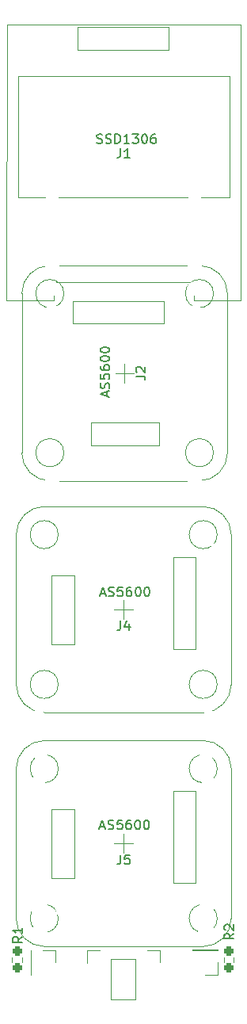
<source format=gbr>
G04 #@! TF.GenerationSoftware,KiCad,Pcbnew,7.0.10*
G04 #@! TF.CreationDate,2024-01-13T16:45:32+01:00*
G04 #@! TF.ProjectId,5hp_controller_oled,3568705f-636f-46e7-9472-6f6c6c65725f,rev?*
G04 #@! TF.SameCoordinates,Original*
G04 #@! TF.FileFunction,Legend,Top*
G04 #@! TF.FilePolarity,Positive*
%FSLAX46Y46*%
G04 Gerber Fmt 4.6, Leading zero omitted, Abs format (unit mm)*
G04 Created by KiCad (PCBNEW 7.0.10) date 2024-01-13 16:45:32*
%MOMM*%
%LPD*%
G01*
G04 APERTURE LIST*
G04 Aperture macros list*
%AMRoundRect*
0 Rectangle with rounded corners*
0 $1 Rounding radius*
0 $2 $3 $4 $5 $6 $7 $8 $9 X,Y pos of 4 corners*
0 Add a 4 corners polygon primitive as box body*
4,1,4,$2,$3,$4,$5,$6,$7,$8,$9,$2,$3,0*
0 Add four circle primitives for the rounded corners*
1,1,$1+$1,$2,$3*
1,1,$1+$1,$4,$5*
1,1,$1+$1,$6,$7*
1,1,$1+$1,$8,$9*
0 Add four rect primitives between the rounded corners*
20,1,$1+$1,$2,$3,$4,$5,0*
20,1,$1+$1,$4,$5,$6,$7,0*
20,1,$1+$1,$6,$7,$8,$9,0*
20,1,$1+$1,$8,$9,$2,$3,0*%
G04 Aperture macros list end*
%ADD10C,0.150000*%
%ADD11C,0.120000*%
%ADD12C,0.050000*%
%ADD13RoundRect,0.237500X0.237500X-0.250000X0.237500X0.250000X-0.237500X0.250000X-0.237500X-0.250000X0*%
%ADD14R,1.700000X2.000000*%
%ADD15O,1.600000X2.000000*%
%ADD16O,2.000000X1.600000*%
%ADD17R,1.700000X1.700000*%
%ADD18R,2.000000X2.000000*%
%ADD19O,2.000000X3.400000*%
%ADD20R,1.600000X1.600000*%
%ADD21O,1.600000X1.600000*%
%ADD22O,1.700000X1.700000*%
%ADD23C,1.700000*%
%ADD24C,1.600000*%
%ADD25C,1.404000*%
G04 APERTURE END LIST*
D10*
X23209104Y15289160D02*
X23209104Y15765350D01*
X23494819Y15193922D02*
X22494819Y15527255D01*
X22494819Y15527255D02*
X23494819Y15860588D01*
X23447200Y16146303D02*
X23494819Y16289160D01*
X23494819Y16289160D02*
X23494819Y16527255D01*
X23494819Y16527255D02*
X23447200Y16622493D01*
X23447200Y16622493D02*
X23399580Y16670112D01*
X23399580Y16670112D02*
X23304342Y16717731D01*
X23304342Y16717731D02*
X23209104Y16717731D01*
X23209104Y16717731D02*
X23113866Y16670112D01*
X23113866Y16670112D02*
X23066247Y16622493D01*
X23066247Y16622493D02*
X23018628Y16527255D01*
X23018628Y16527255D02*
X22971009Y16336779D01*
X22971009Y16336779D02*
X22923390Y16241541D01*
X22923390Y16241541D02*
X22875771Y16193922D01*
X22875771Y16193922D02*
X22780533Y16146303D01*
X22780533Y16146303D02*
X22685295Y16146303D01*
X22685295Y16146303D02*
X22590057Y16193922D01*
X22590057Y16193922D02*
X22542438Y16241541D01*
X22542438Y16241541D02*
X22494819Y16336779D01*
X22494819Y16336779D02*
X22494819Y16574874D01*
X22494819Y16574874D02*
X22542438Y16717731D01*
X22494819Y17622493D02*
X22494819Y17146303D01*
X22494819Y17146303D02*
X22971009Y17098684D01*
X22971009Y17098684D02*
X22923390Y17146303D01*
X22923390Y17146303D02*
X22875771Y17241541D01*
X22875771Y17241541D02*
X22875771Y17479636D01*
X22875771Y17479636D02*
X22923390Y17574874D01*
X22923390Y17574874D02*
X22971009Y17622493D01*
X22971009Y17622493D02*
X23066247Y17670112D01*
X23066247Y17670112D02*
X23304342Y17670112D01*
X23304342Y17670112D02*
X23399580Y17622493D01*
X23399580Y17622493D02*
X23447200Y17574874D01*
X23447200Y17574874D02*
X23494819Y17479636D01*
X23494819Y17479636D02*
X23494819Y17241541D01*
X23494819Y17241541D02*
X23447200Y17146303D01*
X23447200Y17146303D02*
X23399580Y17098684D01*
X22494819Y18527255D02*
X22494819Y18336779D01*
X22494819Y18336779D02*
X22542438Y18241541D01*
X22542438Y18241541D02*
X22590057Y18193922D01*
X22590057Y18193922D02*
X22732914Y18098684D01*
X22732914Y18098684D02*
X22923390Y18051065D01*
X22923390Y18051065D02*
X23304342Y18051065D01*
X23304342Y18051065D02*
X23399580Y18098684D01*
X23399580Y18098684D02*
X23447200Y18146303D01*
X23447200Y18146303D02*
X23494819Y18241541D01*
X23494819Y18241541D02*
X23494819Y18432017D01*
X23494819Y18432017D02*
X23447200Y18527255D01*
X23447200Y18527255D02*
X23399580Y18574874D01*
X23399580Y18574874D02*
X23304342Y18622493D01*
X23304342Y18622493D02*
X23066247Y18622493D01*
X23066247Y18622493D02*
X22971009Y18574874D01*
X22971009Y18574874D02*
X22923390Y18527255D01*
X22923390Y18527255D02*
X22875771Y18432017D01*
X22875771Y18432017D02*
X22875771Y18241541D01*
X22875771Y18241541D02*
X22923390Y18146303D01*
X22923390Y18146303D02*
X22971009Y18098684D01*
X22971009Y18098684D02*
X23066247Y18051065D01*
X22494819Y19241541D02*
X22494819Y19336779D01*
X22494819Y19336779D02*
X22542438Y19432017D01*
X22542438Y19432017D02*
X22590057Y19479636D01*
X22590057Y19479636D02*
X22685295Y19527255D01*
X22685295Y19527255D02*
X22875771Y19574874D01*
X22875771Y19574874D02*
X23113866Y19574874D01*
X23113866Y19574874D02*
X23304342Y19527255D01*
X23304342Y19527255D02*
X23399580Y19479636D01*
X23399580Y19479636D02*
X23447200Y19432017D01*
X23447200Y19432017D02*
X23494819Y19336779D01*
X23494819Y19336779D02*
X23494819Y19241541D01*
X23494819Y19241541D02*
X23447200Y19146303D01*
X23447200Y19146303D02*
X23399580Y19098684D01*
X23399580Y19098684D02*
X23304342Y19051065D01*
X23304342Y19051065D02*
X23113866Y19003446D01*
X23113866Y19003446D02*
X22875771Y19003446D01*
X22875771Y19003446D02*
X22685295Y19051065D01*
X22685295Y19051065D02*
X22590057Y19098684D01*
X22590057Y19098684D02*
X22542438Y19146303D01*
X22542438Y19146303D02*
X22494819Y19241541D01*
X22494819Y20193922D02*
X22494819Y20289160D01*
X22494819Y20289160D02*
X22542438Y20384398D01*
X22542438Y20384398D02*
X22590057Y20432017D01*
X22590057Y20432017D02*
X22685295Y20479636D01*
X22685295Y20479636D02*
X22875771Y20527255D01*
X22875771Y20527255D02*
X23113866Y20527255D01*
X23113866Y20527255D02*
X23304342Y20479636D01*
X23304342Y20479636D02*
X23399580Y20432017D01*
X23399580Y20432017D02*
X23447200Y20384398D01*
X23447200Y20384398D02*
X23494819Y20289160D01*
X23494819Y20289160D02*
X23494819Y20193922D01*
X23494819Y20193922D02*
X23447200Y20098684D01*
X23447200Y20098684D02*
X23399580Y20051065D01*
X23399580Y20051065D02*
X23304342Y20003446D01*
X23304342Y20003446D02*
X23113866Y19955827D01*
X23113866Y19955827D02*
X22875771Y19955827D01*
X22875771Y19955827D02*
X22685295Y20003446D01*
X22685295Y20003446D02*
X22590057Y20051065D01*
X22590057Y20051065D02*
X22542438Y20098684D01*
X22542438Y20098684D02*
X22494819Y20193922D01*
X22489160Y-30694104D02*
X22965350Y-30694104D01*
X22393922Y-30979819D02*
X22727255Y-29979819D01*
X22727255Y-29979819D02*
X23060588Y-30979819D01*
X23346303Y-30932200D02*
X23489160Y-30979819D01*
X23489160Y-30979819D02*
X23727255Y-30979819D01*
X23727255Y-30979819D02*
X23822493Y-30932200D01*
X23822493Y-30932200D02*
X23870112Y-30884580D01*
X23870112Y-30884580D02*
X23917731Y-30789342D01*
X23917731Y-30789342D02*
X23917731Y-30694104D01*
X23917731Y-30694104D02*
X23870112Y-30598866D01*
X23870112Y-30598866D02*
X23822493Y-30551247D01*
X23822493Y-30551247D02*
X23727255Y-30503628D01*
X23727255Y-30503628D02*
X23536779Y-30456009D01*
X23536779Y-30456009D02*
X23441541Y-30408390D01*
X23441541Y-30408390D02*
X23393922Y-30360771D01*
X23393922Y-30360771D02*
X23346303Y-30265533D01*
X23346303Y-30265533D02*
X23346303Y-30170295D01*
X23346303Y-30170295D02*
X23393922Y-30075057D01*
X23393922Y-30075057D02*
X23441541Y-30027438D01*
X23441541Y-30027438D02*
X23536779Y-29979819D01*
X23536779Y-29979819D02*
X23774874Y-29979819D01*
X23774874Y-29979819D02*
X23917731Y-30027438D01*
X24822493Y-29979819D02*
X24346303Y-29979819D01*
X24346303Y-29979819D02*
X24298684Y-30456009D01*
X24298684Y-30456009D02*
X24346303Y-30408390D01*
X24346303Y-30408390D02*
X24441541Y-30360771D01*
X24441541Y-30360771D02*
X24679636Y-30360771D01*
X24679636Y-30360771D02*
X24774874Y-30408390D01*
X24774874Y-30408390D02*
X24822493Y-30456009D01*
X24822493Y-30456009D02*
X24870112Y-30551247D01*
X24870112Y-30551247D02*
X24870112Y-30789342D01*
X24870112Y-30789342D02*
X24822493Y-30884580D01*
X24822493Y-30884580D02*
X24774874Y-30932200D01*
X24774874Y-30932200D02*
X24679636Y-30979819D01*
X24679636Y-30979819D02*
X24441541Y-30979819D01*
X24441541Y-30979819D02*
X24346303Y-30932200D01*
X24346303Y-30932200D02*
X24298684Y-30884580D01*
X25727255Y-29979819D02*
X25536779Y-29979819D01*
X25536779Y-29979819D02*
X25441541Y-30027438D01*
X25441541Y-30027438D02*
X25393922Y-30075057D01*
X25393922Y-30075057D02*
X25298684Y-30217914D01*
X25298684Y-30217914D02*
X25251065Y-30408390D01*
X25251065Y-30408390D02*
X25251065Y-30789342D01*
X25251065Y-30789342D02*
X25298684Y-30884580D01*
X25298684Y-30884580D02*
X25346303Y-30932200D01*
X25346303Y-30932200D02*
X25441541Y-30979819D01*
X25441541Y-30979819D02*
X25632017Y-30979819D01*
X25632017Y-30979819D02*
X25727255Y-30932200D01*
X25727255Y-30932200D02*
X25774874Y-30884580D01*
X25774874Y-30884580D02*
X25822493Y-30789342D01*
X25822493Y-30789342D02*
X25822493Y-30551247D01*
X25822493Y-30551247D02*
X25774874Y-30456009D01*
X25774874Y-30456009D02*
X25727255Y-30408390D01*
X25727255Y-30408390D02*
X25632017Y-30360771D01*
X25632017Y-30360771D02*
X25441541Y-30360771D01*
X25441541Y-30360771D02*
X25346303Y-30408390D01*
X25346303Y-30408390D02*
X25298684Y-30456009D01*
X25298684Y-30456009D02*
X25251065Y-30551247D01*
X26441541Y-29979819D02*
X26536779Y-29979819D01*
X26536779Y-29979819D02*
X26632017Y-30027438D01*
X26632017Y-30027438D02*
X26679636Y-30075057D01*
X26679636Y-30075057D02*
X26727255Y-30170295D01*
X26727255Y-30170295D02*
X26774874Y-30360771D01*
X26774874Y-30360771D02*
X26774874Y-30598866D01*
X26774874Y-30598866D02*
X26727255Y-30789342D01*
X26727255Y-30789342D02*
X26679636Y-30884580D01*
X26679636Y-30884580D02*
X26632017Y-30932200D01*
X26632017Y-30932200D02*
X26536779Y-30979819D01*
X26536779Y-30979819D02*
X26441541Y-30979819D01*
X26441541Y-30979819D02*
X26346303Y-30932200D01*
X26346303Y-30932200D02*
X26298684Y-30884580D01*
X26298684Y-30884580D02*
X26251065Y-30789342D01*
X26251065Y-30789342D02*
X26203446Y-30598866D01*
X26203446Y-30598866D02*
X26203446Y-30360771D01*
X26203446Y-30360771D02*
X26251065Y-30170295D01*
X26251065Y-30170295D02*
X26298684Y-30075057D01*
X26298684Y-30075057D02*
X26346303Y-30027438D01*
X26346303Y-30027438D02*
X26441541Y-29979819D01*
X27393922Y-29979819D02*
X27489160Y-29979819D01*
X27489160Y-29979819D02*
X27584398Y-30027438D01*
X27584398Y-30027438D02*
X27632017Y-30075057D01*
X27632017Y-30075057D02*
X27679636Y-30170295D01*
X27679636Y-30170295D02*
X27727255Y-30360771D01*
X27727255Y-30360771D02*
X27727255Y-30598866D01*
X27727255Y-30598866D02*
X27679636Y-30789342D01*
X27679636Y-30789342D02*
X27632017Y-30884580D01*
X27632017Y-30884580D02*
X27584398Y-30932200D01*
X27584398Y-30932200D02*
X27489160Y-30979819D01*
X27489160Y-30979819D02*
X27393922Y-30979819D01*
X27393922Y-30979819D02*
X27298684Y-30932200D01*
X27298684Y-30932200D02*
X27251065Y-30884580D01*
X27251065Y-30884580D02*
X27203446Y-30789342D01*
X27203446Y-30789342D02*
X27155827Y-30598866D01*
X27155827Y-30598866D02*
X27155827Y-30360771D01*
X27155827Y-30360771D02*
X27203446Y-30170295D01*
X27203446Y-30170295D02*
X27251065Y-30075057D01*
X27251065Y-30075057D02*
X27298684Y-30027438D01*
X27298684Y-30027438D02*
X27393922Y-29979819D01*
X22529160Y-5814104D02*
X23005350Y-5814104D01*
X22433922Y-6099819D02*
X22767255Y-5099819D01*
X22767255Y-5099819D02*
X23100588Y-6099819D01*
X23386303Y-6052200D02*
X23529160Y-6099819D01*
X23529160Y-6099819D02*
X23767255Y-6099819D01*
X23767255Y-6099819D02*
X23862493Y-6052200D01*
X23862493Y-6052200D02*
X23910112Y-6004580D01*
X23910112Y-6004580D02*
X23957731Y-5909342D01*
X23957731Y-5909342D02*
X23957731Y-5814104D01*
X23957731Y-5814104D02*
X23910112Y-5718866D01*
X23910112Y-5718866D02*
X23862493Y-5671247D01*
X23862493Y-5671247D02*
X23767255Y-5623628D01*
X23767255Y-5623628D02*
X23576779Y-5576009D01*
X23576779Y-5576009D02*
X23481541Y-5528390D01*
X23481541Y-5528390D02*
X23433922Y-5480771D01*
X23433922Y-5480771D02*
X23386303Y-5385533D01*
X23386303Y-5385533D02*
X23386303Y-5290295D01*
X23386303Y-5290295D02*
X23433922Y-5195057D01*
X23433922Y-5195057D02*
X23481541Y-5147438D01*
X23481541Y-5147438D02*
X23576779Y-5099819D01*
X23576779Y-5099819D02*
X23814874Y-5099819D01*
X23814874Y-5099819D02*
X23957731Y-5147438D01*
X24862493Y-5099819D02*
X24386303Y-5099819D01*
X24386303Y-5099819D02*
X24338684Y-5576009D01*
X24338684Y-5576009D02*
X24386303Y-5528390D01*
X24386303Y-5528390D02*
X24481541Y-5480771D01*
X24481541Y-5480771D02*
X24719636Y-5480771D01*
X24719636Y-5480771D02*
X24814874Y-5528390D01*
X24814874Y-5528390D02*
X24862493Y-5576009D01*
X24862493Y-5576009D02*
X24910112Y-5671247D01*
X24910112Y-5671247D02*
X24910112Y-5909342D01*
X24910112Y-5909342D02*
X24862493Y-6004580D01*
X24862493Y-6004580D02*
X24814874Y-6052200D01*
X24814874Y-6052200D02*
X24719636Y-6099819D01*
X24719636Y-6099819D02*
X24481541Y-6099819D01*
X24481541Y-6099819D02*
X24386303Y-6052200D01*
X24386303Y-6052200D02*
X24338684Y-6004580D01*
X25767255Y-5099819D02*
X25576779Y-5099819D01*
X25576779Y-5099819D02*
X25481541Y-5147438D01*
X25481541Y-5147438D02*
X25433922Y-5195057D01*
X25433922Y-5195057D02*
X25338684Y-5337914D01*
X25338684Y-5337914D02*
X25291065Y-5528390D01*
X25291065Y-5528390D02*
X25291065Y-5909342D01*
X25291065Y-5909342D02*
X25338684Y-6004580D01*
X25338684Y-6004580D02*
X25386303Y-6052200D01*
X25386303Y-6052200D02*
X25481541Y-6099819D01*
X25481541Y-6099819D02*
X25672017Y-6099819D01*
X25672017Y-6099819D02*
X25767255Y-6052200D01*
X25767255Y-6052200D02*
X25814874Y-6004580D01*
X25814874Y-6004580D02*
X25862493Y-5909342D01*
X25862493Y-5909342D02*
X25862493Y-5671247D01*
X25862493Y-5671247D02*
X25814874Y-5576009D01*
X25814874Y-5576009D02*
X25767255Y-5528390D01*
X25767255Y-5528390D02*
X25672017Y-5480771D01*
X25672017Y-5480771D02*
X25481541Y-5480771D01*
X25481541Y-5480771D02*
X25386303Y-5528390D01*
X25386303Y-5528390D02*
X25338684Y-5576009D01*
X25338684Y-5576009D02*
X25291065Y-5671247D01*
X26481541Y-5099819D02*
X26576779Y-5099819D01*
X26576779Y-5099819D02*
X26672017Y-5147438D01*
X26672017Y-5147438D02*
X26719636Y-5195057D01*
X26719636Y-5195057D02*
X26767255Y-5290295D01*
X26767255Y-5290295D02*
X26814874Y-5480771D01*
X26814874Y-5480771D02*
X26814874Y-5718866D01*
X26814874Y-5718866D02*
X26767255Y-5909342D01*
X26767255Y-5909342D02*
X26719636Y-6004580D01*
X26719636Y-6004580D02*
X26672017Y-6052200D01*
X26672017Y-6052200D02*
X26576779Y-6099819D01*
X26576779Y-6099819D02*
X26481541Y-6099819D01*
X26481541Y-6099819D02*
X26386303Y-6052200D01*
X26386303Y-6052200D02*
X26338684Y-6004580D01*
X26338684Y-6004580D02*
X26291065Y-5909342D01*
X26291065Y-5909342D02*
X26243446Y-5718866D01*
X26243446Y-5718866D02*
X26243446Y-5480771D01*
X26243446Y-5480771D02*
X26291065Y-5290295D01*
X26291065Y-5290295D02*
X26338684Y-5195057D01*
X26338684Y-5195057D02*
X26386303Y-5147438D01*
X26386303Y-5147438D02*
X26481541Y-5099819D01*
X27433922Y-5099819D02*
X27529160Y-5099819D01*
X27529160Y-5099819D02*
X27624398Y-5147438D01*
X27624398Y-5147438D02*
X27672017Y-5195057D01*
X27672017Y-5195057D02*
X27719636Y-5290295D01*
X27719636Y-5290295D02*
X27767255Y-5480771D01*
X27767255Y-5480771D02*
X27767255Y-5718866D01*
X27767255Y-5718866D02*
X27719636Y-5909342D01*
X27719636Y-5909342D02*
X27672017Y-6004580D01*
X27672017Y-6004580D02*
X27624398Y-6052200D01*
X27624398Y-6052200D02*
X27529160Y-6099819D01*
X27529160Y-6099819D02*
X27433922Y-6099819D01*
X27433922Y-6099819D02*
X27338684Y-6052200D01*
X27338684Y-6052200D02*
X27291065Y-6004580D01*
X27291065Y-6004580D02*
X27243446Y-5909342D01*
X27243446Y-5909342D02*
X27195827Y-5718866D01*
X27195827Y-5718866D02*
X27195827Y-5480771D01*
X27195827Y-5480771D02*
X27243446Y-5290295D01*
X27243446Y-5290295D02*
X27291065Y-5195057D01*
X27291065Y-5195057D02*
X27338684Y-5147438D01*
X27338684Y-5147438D02*
X27433922Y-5099819D01*
X22133160Y42341800D02*
X22276017Y42294180D01*
X22276017Y42294180D02*
X22514112Y42294180D01*
X22514112Y42294180D02*
X22609350Y42341800D01*
X22609350Y42341800D02*
X22656969Y42389419D01*
X22656969Y42389419D02*
X22704588Y42484657D01*
X22704588Y42484657D02*
X22704588Y42579895D01*
X22704588Y42579895D02*
X22656969Y42675133D01*
X22656969Y42675133D02*
X22609350Y42722752D01*
X22609350Y42722752D02*
X22514112Y42770371D01*
X22514112Y42770371D02*
X22323636Y42817990D01*
X22323636Y42817990D02*
X22228398Y42865609D01*
X22228398Y42865609D02*
X22180779Y42913228D01*
X22180779Y42913228D02*
X22133160Y43008466D01*
X22133160Y43008466D02*
X22133160Y43103704D01*
X22133160Y43103704D02*
X22180779Y43198942D01*
X22180779Y43198942D02*
X22228398Y43246561D01*
X22228398Y43246561D02*
X22323636Y43294180D01*
X22323636Y43294180D02*
X22561731Y43294180D01*
X22561731Y43294180D02*
X22704588Y43246561D01*
X23085541Y42341800D02*
X23228398Y42294180D01*
X23228398Y42294180D02*
X23466493Y42294180D01*
X23466493Y42294180D02*
X23561731Y42341800D01*
X23561731Y42341800D02*
X23609350Y42389419D01*
X23609350Y42389419D02*
X23656969Y42484657D01*
X23656969Y42484657D02*
X23656969Y42579895D01*
X23656969Y42579895D02*
X23609350Y42675133D01*
X23609350Y42675133D02*
X23561731Y42722752D01*
X23561731Y42722752D02*
X23466493Y42770371D01*
X23466493Y42770371D02*
X23276017Y42817990D01*
X23276017Y42817990D02*
X23180779Y42865609D01*
X23180779Y42865609D02*
X23133160Y42913228D01*
X23133160Y42913228D02*
X23085541Y43008466D01*
X23085541Y43008466D02*
X23085541Y43103704D01*
X23085541Y43103704D02*
X23133160Y43198942D01*
X23133160Y43198942D02*
X23180779Y43246561D01*
X23180779Y43246561D02*
X23276017Y43294180D01*
X23276017Y43294180D02*
X23514112Y43294180D01*
X23514112Y43294180D02*
X23656969Y43246561D01*
X24085541Y42294180D02*
X24085541Y43294180D01*
X24085541Y43294180D02*
X24323636Y43294180D01*
X24323636Y43294180D02*
X24466493Y43246561D01*
X24466493Y43246561D02*
X24561731Y43151323D01*
X24561731Y43151323D02*
X24609350Y43056085D01*
X24609350Y43056085D02*
X24656969Y42865609D01*
X24656969Y42865609D02*
X24656969Y42722752D01*
X24656969Y42722752D02*
X24609350Y42532276D01*
X24609350Y42532276D02*
X24561731Y42437038D01*
X24561731Y42437038D02*
X24466493Y42341800D01*
X24466493Y42341800D02*
X24323636Y42294180D01*
X24323636Y42294180D02*
X24085541Y42294180D01*
X25609350Y42294180D02*
X25037922Y42294180D01*
X25323636Y42294180D02*
X25323636Y43294180D01*
X25323636Y43294180D02*
X25228398Y43151323D01*
X25228398Y43151323D02*
X25133160Y43056085D01*
X25133160Y43056085D02*
X25037922Y43008466D01*
X25942684Y43294180D02*
X26561731Y43294180D01*
X26561731Y43294180D02*
X26228398Y42913228D01*
X26228398Y42913228D02*
X26371255Y42913228D01*
X26371255Y42913228D02*
X26466493Y42865609D01*
X26466493Y42865609D02*
X26514112Y42817990D01*
X26514112Y42817990D02*
X26561731Y42722752D01*
X26561731Y42722752D02*
X26561731Y42484657D01*
X26561731Y42484657D02*
X26514112Y42389419D01*
X26514112Y42389419D02*
X26466493Y42341800D01*
X26466493Y42341800D02*
X26371255Y42294180D01*
X26371255Y42294180D02*
X26085541Y42294180D01*
X26085541Y42294180D02*
X25990303Y42341800D01*
X25990303Y42341800D02*
X25942684Y42389419D01*
X27180779Y43294180D02*
X27276017Y43294180D01*
X27276017Y43294180D02*
X27371255Y43246561D01*
X27371255Y43246561D02*
X27418874Y43198942D01*
X27418874Y43198942D02*
X27466493Y43103704D01*
X27466493Y43103704D02*
X27514112Y42913228D01*
X27514112Y42913228D02*
X27514112Y42675133D01*
X27514112Y42675133D02*
X27466493Y42484657D01*
X27466493Y42484657D02*
X27418874Y42389419D01*
X27418874Y42389419D02*
X27371255Y42341800D01*
X27371255Y42341800D02*
X27276017Y42294180D01*
X27276017Y42294180D02*
X27180779Y42294180D01*
X27180779Y42294180D02*
X27085541Y42341800D01*
X27085541Y42341800D02*
X27037922Y42389419D01*
X27037922Y42389419D02*
X26990303Y42484657D01*
X26990303Y42484657D02*
X26942684Y42675133D01*
X26942684Y42675133D02*
X26942684Y42913228D01*
X26942684Y42913228D02*
X26990303Y43103704D01*
X26990303Y43103704D02*
X27037922Y43198942D01*
X27037922Y43198942D02*
X27085541Y43246561D01*
X27085541Y43246561D02*
X27180779Y43294180D01*
X28371255Y43294180D02*
X28180779Y43294180D01*
X28180779Y43294180D02*
X28085541Y43246561D01*
X28085541Y43246561D02*
X28037922Y43198942D01*
X28037922Y43198942D02*
X27942684Y43056085D01*
X27942684Y43056085D02*
X27895065Y42865609D01*
X27895065Y42865609D02*
X27895065Y42484657D01*
X27895065Y42484657D02*
X27942684Y42389419D01*
X27942684Y42389419D02*
X27990303Y42341800D01*
X27990303Y42341800D02*
X28085541Y42294180D01*
X28085541Y42294180D02*
X28276017Y42294180D01*
X28276017Y42294180D02*
X28371255Y42341800D01*
X28371255Y42341800D02*
X28418874Y42389419D01*
X28418874Y42389419D02*
X28466493Y42484657D01*
X28466493Y42484657D02*
X28466493Y42722752D01*
X28466493Y42722752D02*
X28418874Y42817990D01*
X28418874Y42817990D02*
X28371255Y42865609D01*
X28371255Y42865609D02*
X28276017Y42913228D01*
X28276017Y42913228D02*
X28085541Y42913228D01*
X28085541Y42913228D02*
X27990303Y42865609D01*
X27990303Y42865609D02*
X27942684Y42817990D01*
X27942684Y42817990D02*
X27895065Y42722752D01*
X14154819Y-42454166D02*
X13678628Y-42787499D01*
X14154819Y-43025594D02*
X13154819Y-43025594D01*
X13154819Y-43025594D02*
X13154819Y-42644642D01*
X13154819Y-42644642D02*
X13202438Y-42549404D01*
X13202438Y-42549404D02*
X13250057Y-42501785D01*
X13250057Y-42501785D02*
X13345295Y-42454166D01*
X13345295Y-42454166D02*
X13488152Y-42454166D01*
X13488152Y-42454166D02*
X13583390Y-42501785D01*
X13583390Y-42501785D02*
X13631009Y-42549404D01*
X13631009Y-42549404D02*
X13678628Y-42644642D01*
X13678628Y-42644642D02*
X13678628Y-43025594D01*
X14154819Y-41501785D02*
X14154819Y-42073213D01*
X14154819Y-41787499D02*
X13154819Y-41787499D01*
X13154819Y-41787499D02*
X13297676Y-41882737D01*
X13297676Y-41882737D02*
X13392914Y-41977975D01*
X13392914Y-41977975D02*
X13440533Y-42073213D01*
X26304819Y17416666D02*
X27019104Y17416666D01*
X27019104Y17416666D02*
X27161961Y17369047D01*
X27161961Y17369047D02*
X27257200Y17273809D01*
X27257200Y17273809D02*
X27304819Y17130952D01*
X27304819Y17130952D02*
X27304819Y17035714D01*
X26400057Y17845238D02*
X26352438Y17892857D01*
X26352438Y17892857D02*
X26304819Y17988095D01*
X26304819Y17988095D02*
X26304819Y18226190D01*
X26304819Y18226190D02*
X26352438Y18321428D01*
X26352438Y18321428D02*
X26400057Y18369047D01*
X26400057Y18369047D02*
X26495295Y18416666D01*
X26495295Y18416666D02*
X26590533Y18416666D01*
X26590533Y18416666D02*
X26733390Y18369047D01*
X26733390Y18369047D02*
X27304819Y17797619D01*
X27304819Y17797619D02*
X27304819Y18416666D01*
X24666666Y-8704819D02*
X24666666Y-9419104D01*
X24666666Y-9419104D02*
X24619047Y-9561961D01*
X24619047Y-9561961D02*
X24523809Y-9657200D01*
X24523809Y-9657200D02*
X24380952Y-9704819D01*
X24380952Y-9704819D02*
X24285714Y-9704819D01*
X25571428Y-9038152D02*
X25571428Y-9704819D01*
X25333333Y-8657200D02*
X25095238Y-9371485D01*
X25095238Y-9371485D02*
X25714285Y-9371485D01*
X24664666Y41767180D02*
X24664666Y41052895D01*
X24664666Y41052895D02*
X24617047Y40910038D01*
X24617047Y40910038D02*
X24521809Y40814800D01*
X24521809Y40814800D02*
X24378952Y40767180D01*
X24378952Y40767180D02*
X24283714Y40767180D01*
X25664666Y40767180D02*
X25093238Y40767180D01*
X25378952Y40767180D02*
X25378952Y41767180D01*
X25378952Y41767180D02*
X25283714Y41624323D01*
X25283714Y41624323D02*
X25188476Y41529085D01*
X25188476Y41529085D02*
X25093238Y41481466D01*
X36769819Y-42104166D02*
X36293628Y-42437499D01*
X36769819Y-42675594D02*
X35769819Y-42675594D01*
X35769819Y-42675594D02*
X35769819Y-42294642D01*
X35769819Y-42294642D02*
X35817438Y-42199404D01*
X35817438Y-42199404D02*
X35865057Y-42151785D01*
X35865057Y-42151785D02*
X35960295Y-42104166D01*
X35960295Y-42104166D02*
X36103152Y-42104166D01*
X36103152Y-42104166D02*
X36198390Y-42151785D01*
X36198390Y-42151785D02*
X36246009Y-42199404D01*
X36246009Y-42199404D02*
X36293628Y-42294642D01*
X36293628Y-42294642D02*
X36293628Y-42675594D01*
X35865057Y-41723213D02*
X35817438Y-41675594D01*
X35817438Y-41675594D02*
X35769819Y-41580356D01*
X35769819Y-41580356D02*
X35769819Y-41342261D01*
X35769819Y-41342261D02*
X35817438Y-41247023D01*
X35817438Y-41247023D02*
X35865057Y-41199404D01*
X35865057Y-41199404D02*
X35960295Y-41151785D01*
X35960295Y-41151785D02*
X36055533Y-41151785D01*
X36055533Y-41151785D02*
X36198390Y-41199404D01*
X36198390Y-41199404D02*
X36769819Y-41770832D01*
X36769819Y-41770832D02*
X36769819Y-41151785D01*
X24666666Y-33704819D02*
X24666666Y-34419104D01*
X24666666Y-34419104D02*
X24619047Y-34561961D01*
X24619047Y-34561961D02*
X24523809Y-34657200D01*
X24523809Y-34657200D02*
X24380952Y-34704819D01*
X24380952Y-34704819D02*
X24285714Y-34704819D01*
X25619047Y-33704819D02*
X25142857Y-33704819D01*
X25142857Y-33704819D02*
X25095238Y-34181009D01*
X25095238Y-34181009D02*
X25142857Y-34133390D01*
X25142857Y-34133390D02*
X25238095Y-34085771D01*
X25238095Y-34085771D02*
X25476190Y-34085771D01*
X25476190Y-34085771D02*
X25571428Y-34133390D01*
X25571428Y-34133390D02*
X25619047Y-34181009D01*
X25619047Y-34181009D02*
X25666666Y-34276247D01*
X25666666Y-34276247D02*
X25666666Y-34514342D01*
X25666666Y-34514342D02*
X25619047Y-34609580D01*
X25619047Y-34609580D02*
X25571428Y-34657200D01*
X25571428Y-34657200D02*
X25476190Y-34704819D01*
X25476190Y-34704819D02*
X25238095Y-34704819D01*
X25238095Y-34704819D02*
X25142857Y-34657200D01*
X25142857Y-34657200D02*
X25095238Y-34609580D01*
D11*
X13077500Y-45142224D02*
X13077500Y-44632776D01*
X14122500Y-45142224D02*
X14122500Y-44632776D01*
X21095000Y-43897000D02*
X21095000Y-45227000D01*
X22425000Y-43897000D02*
X21095000Y-43897000D01*
X33100000Y6250000D02*
X17100000Y6250000D01*
X14100000Y9250000D02*
X14100000Y26250000D01*
X28800000Y10035000D02*
X21471000Y10048000D01*
X28800000Y12448000D02*
X28800000Y10035000D01*
X21471000Y12461000D02*
X21471000Y10048000D01*
X21471000Y12461000D02*
X28800000Y12448000D01*
X24100000Y17750000D02*
X25100000Y17750000D01*
X25100000Y17750000D02*
X25100000Y16750000D01*
X25100000Y17750000D02*
X26100000Y17750000D01*
X25100000Y17750000D02*
X25100000Y18750000D01*
X29300000Y23048000D02*
X19521000Y23048000D01*
X19521000Y25461000D02*
X19521000Y23048000D01*
X19521000Y25461000D02*
X29300000Y25461000D01*
X29300000Y25461000D02*
X29300000Y23048000D01*
X36100000Y26250000D02*
X36100000Y9250000D01*
X17100000Y29250000D02*
X33100000Y29250000D01*
X14100000Y9250000D02*
G75*
G03*
X17100000Y6250000I3000001J1D01*
G01*
X33100000Y6250000D02*
G75*
G03*
X36100000Y9250000I-1J3000001D01*
G01*
X17100000Y29250000D02*
G75*
G03*
X14100000Y26250000I0J-3000000D01*
G01*
X36100000Y26250000D02*
G75*
G03*
X33100000Y29250000I-3000000J0D01*
G01*
D12*
X18600000Y9250000D02*
G75*
G03*
X15600000Y9250000I-1500000J0D01*
G01*
X15600000Y9250000D02*
G75*
G03*
X18600000Y9250000I1500000J0D01*
G01*
X34600000Y9250000D02*
G75*
G03*
X31600000Y9250000I-1500000J0D01*
G01*
X31600000Y9250000D02*
G75*
G03*
X34600000Y9250000I1500000J0D01*
G01*
X18600000Y26250000D02*
G75*
G03*
X15600000Y26250000I-1500000J0D01*
G01*
X15600000Y26250000D02*
G75*
G03*
X18600000Y26250000I1500000J0D01*
G01*
X34600000Y26250000D02*
G75*
G03*
X31600000Y26250000I-1500000J0D01*
G01*
X31600000Y26250000D02*
G75*
G03*
X34600000Y26250000I1500000J0D01*
G01*
D11*
X13500000Y-15500000D02*
X13500000Y500000D01*
X16500000Y3500000D02*
X33500000Y3500000D01*
X17285000Y-11200000D02*
X17298000Y-3871000D01*
X19698000Y-11200000D02*
X17285000Y-11200000D01*
X19711000Y-3871000D02*
X17298000Y-3871000D01*
X19711000Y-3871000D02*
X19698000Y-11200000D01*
X25000000Y-6500000D02*
X25000000Y-7500000D01*
X25000000Y-7500000D02*
X24000000Y-7500000D01*
X25000000Y-7500000D02*
X25000000Y-8500000D01*
X25000000Y-7500000D02*
X26000000Y-7500000D01*
X30298000Y-11700000D02*
X30298000Y-1921000D01*
X32711000Y-1921000D02*
X30298000Y-1921000D01*
X32711000Y-1921000D02*
X32711000Y-11700000D01*
X32711000Y-11700000D02*
X30298000Y-11700000D01*
X33500000Y-18500000D02*
X16500000Y-18500000D01*
X36500000Y500000D02*
X36500000Y-15500000D01*
X16500000Y3500000D02*
G75*
G03*
X13500000Y500000I1J-3000001D01*
G01*
X13500000Y-15500000D02*
G75*
G03*
X16500000Y-18500000I3000001J1D01*
G01*
X36500000Y500000D02*
G75*
G03*
X33500000Y3500000I-3000000J0D01*
G01*
X33500000Y-18500000D02*
G75*
G03*
X36500000Y-15500000I0J3000000D01*
G01*
D12*
X18000000Y500000D02*
G75*
G03*
X15000000Y500000I-1500000J0D01*
G01*
X15000000Y500000D02*
G75*
G03*
X18000000Y500000I1500000J0D01*
G01*
X18000000Y-15500000D02*
G75*
G03*
X15000000Y-15500000I-1500000J0D01*
G01*
X15000000Y-15500000D02*
G75*
G03*
X18000000Y-15500000I1500000J0D01*
G01*
X35000000Y500000D02*
G75*
G03*
X32000000Y500000I-1500000J0D01*
G01*
X32000000Y500000D02*
G75*
G03*
X35000000Y500000I1500000J0D01*
G01*
X35000000Y-15500000D02*
G75*
G03*
X32000000Y-15500000I-1500000J0D01*
G01*
X32000000Y-15500000D02*
G75*
G03*
X35000000Y-15500000I1500000J0D01*
G01*
D11*
X17705000Y-43882000D02*
X17705000Y-45212000D01*
X16375000Y-43882000D02*
X17705000Y-43882000D01*
X15105000Y-43882000D02*
X15045000Y-43882000D01*
X15105000Y-43882000D02*
X15105000Y-46542000D01*
X15045000Y-43882000D02*
X15045000Y-46542000D01*
X15105000Y-46542000D02*
X15045000Y-46542000D01*
X35030000Y-46505000D02*
X33700000Y-46505000D01*
X35030000Y-45175000D02*
X35030000Y-46505000D01*
X35030000Y-43905000D02*
X35030000Y-43845000D01*
X35030000Y-43905000D02*
X32370000Y-43905000D01*
X35030000Y-43845000D02*
X32370000Y-43845000D01*
X32370000Y-43905000D02*
X32370000Y-43845000D01*
X12460000Y25510000D02*
X12500000Y55000000D01*
X12500000Y55000000D02*
X37500000Y55000000D01*
X12500000Y25500000D02*
X17500000Y25500000D01*
X13700000Y49500000D02*
X13700000Y36500000D01*
X13700000Y49500000D02*
X36300000Y49500000D01*
X13700000Y36500000D02*
X36300000Y36500000D01*
X17500000Y27500000D02*
X32500000Y27500000D01*
X17500000Y25500000D02*
X17500000Y27500000D01*
X20051000Y54711000D02*
X20051000Y52298000D01*
X20051000Y54711000D02*
X29830000Y54711000D01*
X29830000Y54711000D02*
X29830000Y52298000D01*
X29830000Y52298000D02*
X20051000Y52298000D01*
X32500000Y25500000D02*
X32500000Y27500000D01*
X32500000Y25500000D02*
X37500000Y25500000D01*
X36300000Y49500000D02*
X36300000Y36500000D01*
X37500000Y25500000D02*
X37500000Y55000000D01*
X35717500Y-45142224D02*
X35717500Y-44632776D01*
X36762500Y-45142224D02*
X36762500Y-44632776D01*
X28845000Y-43882000D02*
X28845000Y-45212000D01*
X27515000Y-43882000D02*
X28845000Y-43882000D01*
X26245000Y-44832000D02*
X23645000Y-44832000D01*
X26245000Y-44832000D02*
X26245000Y-49112000D01*
X23645000Y-44832000D02*
X23645000Y-49112000D01*
X26245000Y-49112000D02*
X23645000Y-49112000D01*
X13500000Y-40500000D02*
X13500000Y-24500000D01*
X16500000Y-21500000D02*
X33500000Y-21500000D01*
X17285000Y-36200000D02*
X17298000Y-28871000D01*
X19698000Y-36200000D02*
X17285000Y-36200000D01*
X19711000Y-28871000D02*
X17298000Y-28871000D01*
X19711000Y-28871000D02*
X19698000Y-36200000D01*
X25000000Y-31500000D02*
X25000000Y-32500000D01*
X25000000Y-32500000D02*
X24000000Y-32500000D01*
X25000000Y-32500000D02*
X25000000Y-33500000D01*
X25000000Y-32500000D02*
X26000000Y-32500000D01*
X30298000Y-36700000D02*
X30298000Y-26921000D01*
X32711000Y-26921000D02*
X30298000Y-26921000D01*
X32711000Y-26921000D02*
X32711000Y-36700000D01*
X32711000Y-36700000D02*
X30298000Y-36700000D01*
X33500000Y-43500000D02*
X16500000Y-43500000D01*
X36500000Y-24500000D02*
X36500000Y-40500000D01*
X16500000Y-21500000D02*
G75*
G03*
X13500000Y-24500000I1J-3000001D01*
G01*
X13500000Y-40500000D02*
G75*
G03*
X16500000Y-43500000I3000001J1D01*
G01*
X36500000Y-24500000D02*
G75*
G03*
X33500000Y-21500000I-3000000J0D01*
G01*
X33500000Y-43500000D02*
G75*
G03*
X36500000Y-40500000I0J3000000D01*
G01*
D12*
X18000000Y-24500000D02*
G75*
G03*
X15000000Y-24500000I-1500000J0D01*
G01*
X15000000Y-24500000D02*
G75*
G03*
X18000000Y-24500000I1500000J0D01*
G01*
X18000000Y-40500000D02*
G75*
G03*
X15000000Y-40500000I-1500000J0D01*
G01*
X15000000Y-40500000D02*
G75*
G03*
X18000000Y-40500000I1500000J0D01*
G01*
X35000000Y-24500000D02*
G75*
G03*
X32000000Y-24500000I-1500000J0D01*
G01*
X32000000Y-24500000D02*
G75*
G03*
X35000000Y-24500000I1500000J0D01*
G01*
X35000000Y-40500000D02*
G75*
G03*
X32000000Y-40500000I-1500000J0D01*
G01*
X32000000Y-40500000D02*
G75*
G03*
X35000000Y-40500000I1500000J0D01*
G01*
%LPC*%
D13*
X13600000Y-45800000D03*
X13600000Y-43975000D03*
D14*
X22425000Y-45212000D03*
D15*
X20600000Y24250000D03*
X27630000Y11250000D03*
X28220000Y24250000D03*
X25090000Y11250000D03*
X23140000Y24250000D03*
X25680000Y24250000D03*
X22550000Y11250000D03*
D16*
X31500000Y-3000000D03*
X18500000Y-10030000D03*
X31500000Y-10620000D03*
X18500000Y-7490000D03*
X31500000Y-5540000D03*
X31500000Y-8080000D03*
X18500000Y-4950000D03*
D17*
X16375000Y-45212000D03*
X33700000Y-45175000D03*
D15*
X21130000Y53500000D03*
X23670000Y53500000D03*
X26210000Y53500000D03*
X28750000Y53500000D03*
D13*
X36240000Y-45800000D03*
X36240000Y-43975000D03*
D18*
X27515000Y-45212000D03*
D19*
X24975000Y-46912000D03*
D16*
X31500000Y-28000000D03*
X18500000Y-35030000D03*
X31500000Y-35620000D03*
X18500000Y-32490000D03*
X31500000Y-30540000D03*
X31500000Y-33080000D03*
X18500000Y-29950000D03*
D20*
X33870000Y0D03*
D21*
X33870000Y-2540000D03*
X33870000Y-5080000D03*
X33870000Y-7620000D03*
X33870000Y-10160000D03*
X33870000Y-12700000D03*
X33870000Y-15240000D03*
X33870000Y-17780000D03*
X33870000Y-20320000D03*
X33870000Y-22860000D03*
X33870000Y-25400000D03*
X33870000Y-27940000D03*
X16090000Y-27940000D03*
X16090000Y-25400000D03*
X16090000Y-22860000D03*
X16090000Y-20320000D03*
X16090000Y-17780000D03*
X16090000Y-15240000D03*
X16090000Y-12700000D03*
X16090000Y-10160000D03*
X16090000Y-7620000D03*
X16090000Y-5080000D03*
X16090000Y-2540000D03*
X16090000Y0D03*
D17*
X33900000Y47750000D03*
D22*
X33900000Y45210000D03*
X31360000Y47750000D03*
X31360000Y45210000D03*
X28820000Y47750000D03*
X28820000Y45210000D03*
X26280000Y47750000D03*
X26280000Y45210000D03*
X23740000Y47750000D03*
X23740000Y45210000D03*
X21200000Y47750000D03*
X21200000Y45210000D03*
X18660000Y47750000D03*
X18660000Y45210000D03*
X16120000Y47750000D03*
D17*
X16120000Y45210000D03*
D23*
X16000000Y-42000000D03*
D17*
X16000000Y-39460000D03*
D22*
X18540000Y-42000000D03*
X18540000Y-39460000D03*
X21080000Y-42000000D03*
X21080000Y-39460000D03*
X23620000Y-42000000D03*
X23620000Y-39460000D03*
X26160000Y-42000000D03*
X26160000Y-39460000D03*
X28700000Y-42000000D03*
X28700000Y-39460000D03*
X31240000Y-42000000D03*
X31240000Y-39460000D03*
D17*
X33780000Y-42000000D03*
D22*
X33780000Y-39460000D03*
D24*
X17380000Y6490000D03*
X17380000Y9030000D03*
X17380000Y11570000D03*
X17380000Y14110000D03*
X17380000Y16650000D03*
X17380000Y19190000D03*
X17380000Y21730000D03*
X17380000Y24270000D03*
X17380000Y26810000D03*
X17380000Y29350000D03*
X17380000Y31890000D03*
X17380000Y34430000D03*
X17380000Y36970000D03*
X17380000Y39510000D03*
D25*
X32620000Y39510000D03*
D24*
X32620000Y36970000D03*
X32620000Y34430000D03*
X32620000Y31890000D03*
X32620000Y29350000D03*
X32620000Y26810000D03*
X32620000Y24270000D03*
X32620000Y21730000D03*
X32620000Y19190000D03*
X32620000Y16650000D03*
X32620000Y14110000D03*
X32620000Y11570000D03*
X32620000Y9030000D03*
X32620000Y6490000D03*
%LPD*%
M02*

</source>
